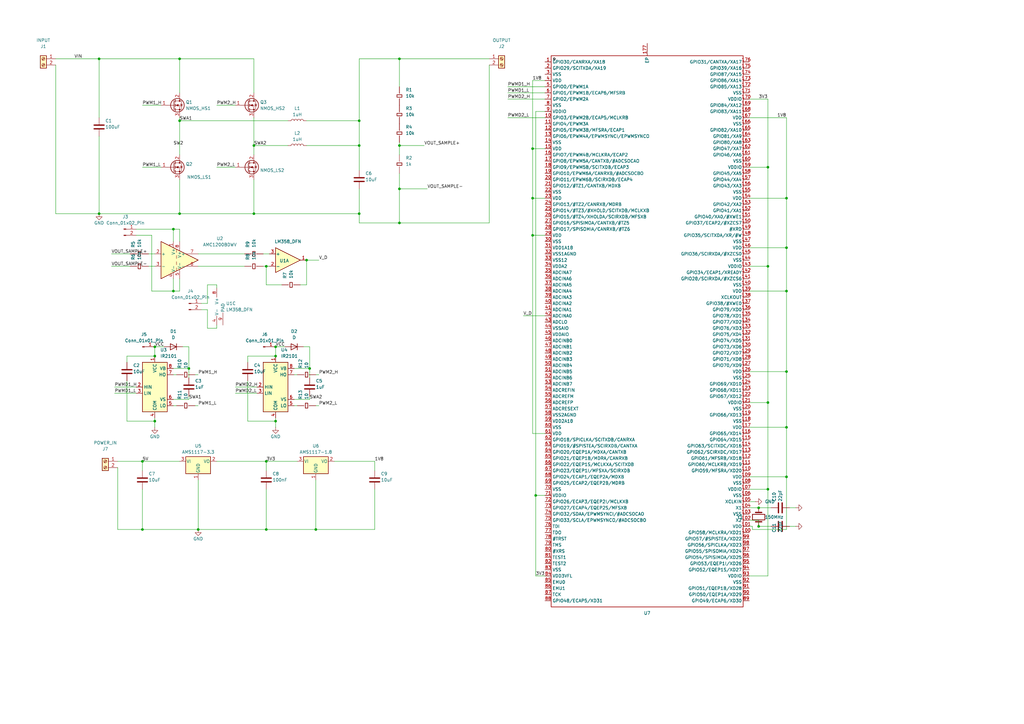
<source format=kicad_sch>
(kicad_sch (version 20231120) (generator "eeschema") (generator_version "8.0")
  (paper "A3")
  (lib_symbols
    (symbol "Amplifier_Difference:AMC1200BDWV" (pin_names (offset 0.127))
      (property "Reference" "U" (at 7.62 8.89 0))
      (property "Value" "AMC1200BDWV" (at 1.27 6.35 0))
      (symbol "AMC1200BDWV_1_1"
        (pin power_in line (at -2.54 7.62 270) (length 2.54) (name "V+") (number "1"))
        (pin input line (at -10.16 2.54 0) (length 2.54) (name "+") (number "2"))
        (pin input line (at -10.16 -2.54 0) (length 2.54) (name "-") (number "3"))
        (pin power_in line (at -2.54 -7.62 90) (length 2.54) (name "V-") (number "4"))
        (pin power_in line (at 0 -7.62 90) (length 3.81) (name "V-") (number "5"))
        (pin output line (at 7.62 -2.54 180) (length 5.08) (name "-") (number "6"))
        (pin output line (at 7.62 2.54 180) (length 5.08) (name "+") (number "7"))
        (pin power_in line (at 0 7.62 270) (length 3.81) (name "V+") (number "8"))
      )
    )
    (symbol "Amplifier_Operational:LM358_DFN" (pin_names (offset 0.127))
      (property "Reference" "U" (at 0 5.08 0))
      (property "Value" "LM358_DFN" (at 0 -5.08 0))
      (symbol "LM358_DFN_1_1"
        (pin output line (at 7.62 0 180) (length 2.54) (name "~") (number "1"))
        (pin input line (at -7.62 -2.54 0) (length 2.54) (name "-") (number "2"))
        (pin input line (at -7.62 2.54 0) (length 2.54) (name "+") (number "3"))
      )
      (symbol "LM358_DFN_2_1"
        (pin input line (at -7.62 2.54 0) (length 2.54) (name "+") (number "5"))
        (pin input line (at -7.62 -2.54 0) (length 2.54) (name "-") (number "6"))
        (pin output line (at 7.62 0 180) (length 2.54) (name "~") (number "7"))
      )
      (symbol "LM358_DFN_3_1"
        (pin power_in line (at -2.54 -7.62 90) (length 3.81) (name "V-") (number "4"))
        (pin power_in line (at -2.54 7.62 270) (length 3.81) (name "V+") (number "8"))
        (pin power_in line (at 0 -7.62 90) (length 5.08) (name "PAD") (number "9"))
      )
    )
    (symbol "Connector:Conn_01x01_Pin" (pin_names (offset 1.016) hide)
      (property "Reference" "J" (at 0 2.54 0))
      (property "Value" "Conn_01x01_Pin" (at 0 -2.54 0))
      (symbol "Conn_01x01_Pin_1_1"
        (pin passive line (at 5.08 0 180) (length 3.81) (name "Pin_1") (number "1"))
      )
    )
    (symbol "Connector:Conn_01x02_Pin" (pin_names (offset 1.016) hide)
      (property "Reference" "J" (at 0 2.54 0))
      (property "Value" "Conn_01x02_Pin" (at 0 -5.08 0))
      (symbol "Conn_01x02_Pin_1_1"
        (pin passive line (at 5.08 0 180) (length 3.81) (name "Pin_1") (number "1"))
        (pin passive line (at 5.08 -2.54 180) (length 3.81) (name "Pin_2") (number "2"))
      )
    )
    (symbol "Connector:Screw_Terminal_01x02" (pin_names (offset 1.016) hide)
      (property "Reference" "J" (at 0 2.54 0))
      (property "Value" "Screw_Terminal_01x02" (at 0 -5.08 0))
      (symbol "Screw_Terminal_01x02_1_1"
        (pin passive line (at -5.08 0 0) (length 3.81) (name "Pin_1") (number "1"))
        (pin passive line (at -5.08 -2.54 0) (length 3.81) (name "Pin_2") (number "2"))
      )
    )
    (symbol "DSP_Texas:TMS320F28335PTPQ"
      (property "Reference" "U" (at 0 0 0))
      (symbol "TMS320F28335PTPQ_1_0"
        (pin passive line (at -41.91 110.49 0) (length 2.54) (name "GPIO30/CANRXA/XA18") (number "1"))
        (pin passive line (at -41.91 87.63 0) (length 2.54) (name "GPIO3/EPWM2B/ECAP5/MCLKRB") (number "10"))
        (pin passive line (at 41.91 -82.55 180) (length 2.54) (name "GPIO58/MCLKRA/XD21") (number "100"))
        (pin passive line (at 41.91 -80.01 180) (length 2.54) (name "VDD") (number "101"))
        (pin passive line (at 41.91 -77.47 180) (length 2.54) (name "X2") (number "102"))
        (pin passive line (at 41.91 -74.93 180) (length 2.54) (name "VSS") (number "103"))
        (pin passive line (at 41.91 -72.39 180) (length 2.54) (name "X1") (number "104"))
        (pin passive line (at 41.91 -69.85 180) (length 2.54) (name "XCLKIN") (number "105"))
        (pin passive line (at 41.91 -67.31 180) (length 2.54) (name "VSS") (number "106"))
        (pin passive line (at 41.91 -64.77 180) (length 2.54) (name "VDDIO") (number "107"))
        (pin passive line (at 41.91 -62.23 180) (length 2.54) (name "VSS") (number "108"))
        (pin passive line (at 41.91 -59.69 180) (length 2.54) (name "VDD") (number "109"))
        (pin passive line (at -41.91 85.09 0) (length 2.54) (name "GPIO4/EPWM3A") (number "11"))
        (pin passive line (at 41.91 -57.15 180) (length 2.54) (name "GPIO59/MFSRA/XD20") (number "110"))
        (pin passive line (at 41.91 -54.61 180) (length 2.54) (name "GPIO60/MCLKRB/XD19") (number "111"))
        (pin passive line (at 41.91 -52.07 180) (length 2.54) (name "GPIO61/MFSRB/XD18") (number "112"))
        (pin passive line (at 41.91 -49.53 180) (length 2.54) (name "GPIO62/SCIRXDC/XD17") (number "113"))
        (pin passive line (at 41.91 -46.99 180) (length 2.54) (name "GPIO63/SCITXDC/XD16") (number "114"))
        (pin passive line (at 41.91 -44.45 180) (length 2.54) (name "GPIO64/XD15") (number "115"))
        (pin passive line (at 41.91 -41.91 180) (length 2.54) (name "GPIO65/XD14") (number "116"))
        (pin passive line (at 41.91 -39.37 180) (length 2.54) (name "VDD") (number "117"))
        (pin passive line (at 41.91 -36.83 180) (length 2.54) (name "VSS") (number "118"))
        (pin passive line (at 41.91 -34.29 180) (length 2.54) (name "GPIO66/XD13") (number "119"))
        (pin passive line (at -41.91 82.55 0) (length 2.54) (name "GPIO5/EPWM3B/MFSRA/ECAP1") (number "12"))
        (pin passive line (at 41.91 -31.75 180) (length 2.54) (name "VSS") (number "120"))
        (pin passive line (at 41.91 -29.21 180) (length 2.54) (name "VDDIO") (number "121"))
        (pin passive line (at 41.91 -26.67 180) (length 2.54) (name "GPIO67/XD12") (number "122"))
        (pin passive line (at 41.91 -24.13 180) (length 2.54) (name "GPIO68/XD11") (number "123"))
        (pin passive line (at 41.91 -21.59 180) (length 2.54) (name "GPIO69/XD10") (number "124"))
        (pin passive line (at 41.91 -19.05 180) (length 2.54) (name "VSS") (number "125"))
        (pin passive line (at 41.91 -16.51 180) (length 2.54) (name "VDD") (number "126"))
        (pin passive line (at 41.91 -13.97 180) (length 2.54) (name "GPIO70/XD9") (number "127"))
        (pin passive line (at 41.91 -11.43 180) (length 2.54) (name "GPIO71/XD8") (number "128"))
        (pin passive line (at 41.91 -8.89 180) (length 2.54) (name "GPIO72/XD7") (number "129"))
        (pin passive line (at -41.91 80.01 0) (length 2.54) (name "GPIO6/EPWM4A/EPWMSYNCI/EPWMSYNCO") (number "13"))
        (pin passive line (at 41.91 -6.35 180) (length 2.54) (name "GPIO73/XD6") (number "130"))
        (pin passive line (at 41.91 -3.81 180) (length 2.54) (name "GPIO74/XD5") (number "131"))
        (pin passive line (at 41.91 -1.27 180) (length 2.54) (name "GPIO75/XD4") (number "132"))
        (pin passive line (at 41.91 1.27 180) (length 2.54) (name "GPIO76/XD3") (number "133"))
        (pin passive line (at 41.91 3.81 180) (length 2.54) (name "GPIO77/XD2") (number "134"))
        (pin passive line (at 41.91 6.35 180) (length 2.54) (name "GPIO78/XD1") (number "135"))
        (pin passive line (at 41.91 8.89 180) (length 2.54) (name "GPIO79/XD0") (number "136"))
        (pin passive line (at 41.91 11.43 180) (length 2.54) (name "GPIO38/#XWE0") (number "137"))
        (pin passive line (at 41.91 13.97 180) (length 2.54) (name "XCLKOUT") (number "138"))
        (pin passive line (at 41.91 16.51 180) (length 2.54) (name "VDD") (number "139"))
        (pin passive line (at -41.91 77.47 0) (length 2.54) (name "VSS") (number "14"))
        (pin passive line (at 41.91 19.05 180) (length 2.54) (name "VSS") (number "140"))
        (pin passive line (at 41.91 21.59 180) (length 2.54) (name "GPIO28/SCIRXDA/#XZCS6") (number "141"))
        (pin passive line (at 41.91 24.13 180) (length 2.54) (name "GPIO34/ECAP1/XREADY") (number "142"))
        (pin passive line (at 41.91 26.67 180) (length 2.54) (name "VDDIO") (number "143"))
        (pin passive line (at 41.91 29.21 180) (length 2.54) (name "VSS") (number "144"))
        (pin passive line (at 41.91 31.75 180) (length 2.54) (name "GPIO36/SCIRXDA/#XZCS0") (number "145"))
        (pin passive line (at 41.91 34.29 180) (length 2.54) (name "VDD") (number "146"))
        (pin passive line (at 41.91 36.83 180) (length 2.54) (name "VSS") (number "147"))
        (pin passive line (at 41.91 39.37 180) (length 2.54) (name "GPIO35/SCITXDA/XR/#W") (number "148"))
        (pin passive line (at 41.91 41.91 180) (length 2.54) (name "#XRD") (number "149"))
        (pin passive line (at -41.91 74.93 0) (length 2.54) (name "VDD") (number "15"))
        (pin passive line (at 41.91 44.45 180) (length 2.54) (name "GPIO37/ECAP2/#XZCS7") (number "150"))
        (pin passive line (at 41.91 46.99 180) (length 2.54) (name "GPIO40/XA0/#XWE1") (number "151"))
        (pin passive line (at 41.91 49.53 180) (length 2.54) (name "GPIO41/XA1") (number "152"))
        (pin passive line (at 41.91 52.07 180) (length 2.54) (name "GPIO42/XA2") (number "153"))
        (pin passive line (at 41.91 54.61 180) (length 2.54) (name "VDD") (number "154"))
        (pin passive line (at 41.91 57.15 180) (length 2.54) (name "VSS") (number "155"))
        (pin passive line (at 41.91 59.69 180) (length 2.54) (name "GPIO43/XA3") (number "156"))
        (pin passive line (at 41.91 62.23 180) (length 2.54) (name "GPIO44/XA4") (number "157"))
        (pin passive line (at 41.91 64.77 180) (length 2.54) (name "GPIO45/XA5") (number "158"))
        (pin passive line (at 41.91 67.31 180) (length 2.54) (name "VDDIO") (number "159"))
        (pin passive line (at -41.91 72.39 0) (length 2.54) (name "GPIO7/EPWM4B/MCLKRA/ECAP2") (number "16"))
        (pin passive line (at 41.91 69.85 180) (length 2.54) (name "VSS") (number "160"))
        (pin passive line (at 41.91 72.39 180) (length 2.54) (name "GPIO46/XA6") (number "161"))
        (pin passive line (at 41.91 74.93 180) (length 2.54) (name "GPIO47/XA7") (number "162"))
        (pin passive line (at 41.91 77.47 180) (length 2.54) (name "GPIO80/XA8") (number "163"))
        (pin passive line (at 41.91 80.01 180) (length 2.54) (name "GPIO81/XA9") (number "164"))
        (pin passive line (at 41.91 82.55 180) (length 2.54) (name "GPIO82/XA10") (number "165"))
        (pin passive line (at 41.91 85.09 180) (length 2.54) (name "VSS") (number "166"))
        (pin passive line (at 41.91 87.63 180) (length 2.54) (name "VDD") (number "167"))
        (pin passive line (at 41.91 90.17 180) (length 2.54) (name "GPIO83/XA11") (number "168"))
        (pin passive line (at 41.91 92.71 180) (length 2.54) (name "GPIO84/XA12") (number "169"))
        (pin passive line (at -41.91 69.85 0) (length 2.54) (name "GPIO8/EPWM5A/CANTXB/#ADCSOCAO") (number "17"))
        (pin passive line (at 41.91 95.25 180) (length 2.54) (name "VDDIO") (number "170"))
        (pin passive line (at 41.91 97.79 180) (length 2.54) (name "VSS") (number "171"))
        (pin passive line (at 41.91 100.33 180) (length 2.54) (name "GPIO85/XA13") (number "172"))
        (pin passive line (at 41.91 102.87 180) (length 2.54) (name "GPIO86/XA14") (number "173"))
        (pin passive line (at 41.91 105.41 180) (length 2.54) (name "GPIO87/XA15") (number "174"))
        (pin passive line (at 41.91 107.95 180) (length 2.54) (name "GPIO39/XA16") (number "175"))
        (pin passive line (at 41.91 110.49 180) (length 2.54) (name "GPIO31/CANTXA/XA17") (number "176"))
        (pin passive line (at 0 118.11 270) (length 5.08) (name "EP") (number "177"))
        (pin passive line (at -41.91 67.31 0) (length 2.54) (name "GPIO9/EPWM5B/SCITXDB/ECAP3") (number "18"))
        (pin passive line (at -41.91 64.77 0) (length 2.54) (name "GPIO10/EPWM6A/CANRXB/#ADCSOCBO") (number "19"))
        (pin passive line (at -41.91 107.95 0) (length 2.54) (name "GPIO29/SCITXDA/XA19") (number "2"))
        (pin passive line (at -41.91 62.23 0) (length 2.54) (name "GPIO11/EPWM6B/SCIRXDB/ECAP4") (number "20"))
        (pin passive line (at -41.91 59.69 0) (length 2.54) (name "GPIO12/#TZ1/CANTXB/MDXB") (number "21"))
        (pin passive line (at -41.91 57.15 0) (length 2.54) (name "VSS") (number "22"))
        (pin passive line (at -41.91 54.61 0) (length 2.54) (name "VDD") (number "23"))
        (pin passive line (at -41.91 52.07 0) (length 2.54) (name "GPIO13/#TZ2/CANRXB/MDRB") (number "24"))
        (pin passive line (at -41.91 49.53 0) (length 2.54) (name "GPIO14/#TZ3/#XHOLD/SCITXDB/MCLKXB") (number "25"))
        (pin passive line (at -41.91 46.99 0) (length 2.54) (name "GPIO15/#TZ4/XHOLDA/SCIRXDB/MFSXB") (number "26"))
        (pin passive line (at -41.91 44.45 0) (length 2.54) (name "GPIO16/SPISIMOA/CANTXB/#TZ5") (number "27"))
        (pin passive line (at -41.91 41.91 0) (length 2.54) (name "GPIO17/SPISOMIA/CANRXB/#TZ6") (number "28"))
        (pin passive line (at -41.91 39.37 0) (length 2.54) (name "VDD") (number "29"))
        (pin passive line (at -41.91 105.41 0) (length 2.54) (name "VSS") (number "3"))
        (pin passive line (at -41.91 36.83 0) (length 2.54) (name "VSS") (number "30"))
        (pin passive line (at -41.91 34.29 0) (length 2.54) (name "VDD1A18") (number "31"))
        (pin passive line (at -41.91 31.75 0) (length 2.54) (name "VSS1AGND") (number "32"))
        (pin passive line (at -41.91 29.21 0) (length 2.54) (name "VSS12") (number "33"))
        (pin passive line (at -41.91 26.67 0) (length 2.54) (name "VDDA2") (number "34"))
        (pin passive line (at -41.91 24.13 0) (length 2.54) (name "ADCINA7") (number "35"))
        (pin passive line (at -41.91 21.59 0) (length 2.54) (name "ADCINA6") (number "36"))
        (pin passive line (at -41.91 19.05 0) (length 2.54) (name "ADCINA5") (number "37"))
        (pin passive line (at -41.91 16.51 0) (length 2.54) (name "ADCINA4") (number "38"))
        (pin passive line (at -41.91 13.97 0) (length 2.54) (name "ADCINA3") (number "39"))
        (pin passive line (at -41.91 102.87 0) (length 2.54) (name "VDD") (number "4"))
        (pin passive line (at -41.91 11.43 0) (length 2.54) (name "ADCINA2") (number "40"))
        (pin passive line (at -41.91 8.89 0) (length 2.54) (name "ADCINA1") (number "41"))
        (pin passive line (at -41.91 6.35 0) (length 2.54) (name "ADCINA0") (number "42"))
        (pin passive line (at -41.91 3.81 0) (length 2.54) (name "ADCLO") (number "43"))
        (pin passive line (at -41.91 1.27 0) (length 2.54) (name "VSSAIO") (number "44"))
        (pin passive line (at -41.91 -1.27 0) (length 2.54) (name "VDDAIO") (number "45"))
        (pin passive line (at -41.91 -3.81 0) (length 2.54) (name "ADCINB0") (number "46"))
        (pin passive line (at -41.91 -6.35 0) (length 2.54) (name "ADCINB1") (number "47"))
        (pin passive line (at -41.91 -8.89 0) (length 2.54) (name "ADCINB2") (number "48"))
        (pin passive line (at -41.91 -11.43 0) (length 2.54) (name "ADCINB3") (number "49"))
        (pin passive line (at -41.91 100.33 0) (length 2.54) (name "GPIO0/EPWM1A") (number "5"))
        (pin passive line (at -41.91 -13.97 0) (length 2.54) (name "ADCINB4") (number "50"))
        (pin passive line (at -41.91 -16.51 0) (length 2.54) (name "ADCINB5") (number "51"))
        (pin passive line (at -41.91 -19.05 0) (length 2.54) (name "ADCINB6") (number "52"))
        (pin passive line (at -41.91 -21.59 0) (length 2.54) (name "ADCINB7") (number "53"))
        (pin passive line (at -41.91 -24.13 0) (length 2.54) (name "ADCREFIN") (number "54"))
        (pin passive line (at -41.91 -26.67 0) (length 2.54) (name "ADCREFM") (number "55"))
        (pin passive line (at -41.91 -29.21 0) (length 2.54) (name "ADCREFP") (number "56"))
        (pin passive line (at -41.91 -31.75 0) (length 2.54) (name "ADCRESEXT") (number "57"))
        (pin passive line (at -41.91 -34.29 0) (length 2.54) (name "VSS2AGND") (number "58"))
        (pin passive line (at -41.91 -36.83 0) (length 2.54) (name "VDD2A18") (number "59"))
        (pin passive line (at -41.91 97.79 0) (length 2.54) (name "GPIO1/EPWM1B/ECAP6/MFSRB") (number "6"))
        (pin passive line (at -41.91 -39.37 0) (length 2.54) (name "VSS") (number "60"))
        (pin passive line (at -41.91 -41.91 0) (length 2.54) (name "VDD") (number "61"))
        (pin passive line (at -41.91 -44.45 0) (length 2.54) (name "GPIO18/SPICLKA/SCITXDB/CANRXA") (number "62"))
        (pin passive line (at -41.91 -46.99 0) (length 2.54) (name "GPIO19/#SPISTEA/SCIRXDB/CANTXA") (number "63"))
        (pin passive line (at -41.91 -49.53 0) (length 2.54) (name "GPIO20/EQEP1A/MDXA/CANTXB") (number "64"))
        (pin passive line (at -41.91 -52.07 0) (length 2.54) (name "GPIO21/EQEP1B/MDRA/CANRXB") (number "65"))
        (pin passive line (at -41.91 -54.61 0) (length 2.54) (name "GPIO22/EQEP1S/MCLKXA/SCITXDB") (number "66"))
        (pin passive line (at -41.91 -57.15 0) (length 2.54) (name "GPIO23/EQEP1I/MFSXA/SCIRXDB") (number "67"))
        (pin passive line (at -41.91 -59.69 0) (length 2.54) (name "GPIO24/ECAP1/EQEP2A/MDXB") (number "68"))
        (pin passive line (at -41.91 -62.23 0) (length 2.54) (name "GPIO25/ECAP2/EQEP2B/MDRB") (number "69"))
        (pin passive line (at -41.91 95.25 0) (length 2.54) (name "GPIO2/EPWM2A") (number "7"))
        (pin passive line (at -41.91 -64.77 0) (length 2.54) (name "VSS") (number "70"))
        (pin passive line (at -41.91 -67.31 0) (length 2.54) (name "VDDIO") (number "71"))
        (pin passive line (at -41.91 -69.85 0) (length 2.54) (name "GPIO26/ECAP3/EQEP2I/MCLKXB") (number "72"))
        (pin passive line (at -41.91 -72.39 0) (length 2.54) (name "GPIO27/ECAP4/EQEP2S/MFSXB") (number "73"))
        (pin passive line (at -41.91 -74.93 0) (length 2.54) (name "GPIO32/SDAA/EPWMSYNCI/#ADCSOCAO") (number "74"))
        (pin passive line (at -41.91 -77.47 0) (length 2.54) (name "GPIO33/SCLA/EPWMSYNCO/#ADCSOCBO") (number "75"))
        (pin passive line (at -41.91 -80.01 0) (length 2.54) (name "TDI") (number "76"))
        (pin passive line (at -41.91 -82.55 0) (length 2.54) (name "TDO") (number "77"))
        (pin passive line (at -41.91 -85.09 0) (length 2.54) (name "#TRST") (number "78"))
        (pin passive line (at -41.91 -87.63 0) (length 2.54) (name "TMS") (number "79"))
        (pin passive line (at -41.91 92.71 0) (length 2.54) (name "VSS") (number "8"))
        (pin passive line (at -41.91 -90.17 0) (length 2.54) (name "#XRS") (number "80"))
        (pin passive line (at -41.91 -92.71 0) (length 2.54) (name "TEST1") (number "81"))
        (pin passive line (at -41.91 -95.25 0) (length 2.54) (name "TEST2") (number "82"))
        (pin passive line (at -41.91 -97.79 0) (length 2.54) (name "VSS") (number "83"))
        (pin passive line (at -41.91 -100.33 0) (length 2.54) (name "VDD3VFL") (number "84"))
        (pin passive line (at -41.91 -102.87 0) (length 2.54) (name "EMU0") (number "85"))
        (pin passive line (at -41.91 -105.41 0) (length 2.54) (name "EMU1") (number "86"))
        (pin passive line (at -41.91 -107.95 0) (length 2.54) (name "TCK") (number "87"))
        (pin passive line (at -41.91 -110.49 0) (length 2.54) (name "GPIO48/ECAP5/XD31") (number "88"))
        (pin passive line (at 41.91 -110.49 180) (length 2.54) (name "GPIO49/ECAP6/XD30") (number "89"))
        (pin passive line (at -41.91 90.17 0) (length 2.54) (name "VDDIO") (number "9"))
        (pin passive line (at 41.91 -107.95 180) (length 2.54) (name "GPIO50/EQEP1A/XD29") (number "90"))
        (pin passive line (at 41.91 -105.41 180) (length 2.54) (name "GPIO51/EQEP1B/XD28") (number "91"))
        (pin passive line (at 41.91 -102.87 180) (length 2.54) (name "VSS") (number "92"))
        (pin passive line (at 41.91 -100.33 180) (length 2.54) (name "VDDIO") (number "93"))
        (pin passive line (at 41.91 -97.79 180) (length 2.54) (name "GPIO52/EQEP1S/XD27") (number "94"))
        (pin passive line (at 41.91 -95.25 180) (length 2.54) (name "GPIO53/EQEP1I/XD26") (number "95"))
        (pin passive line (at 41.91 -92.71 180) (length 2.54) (name "GPIO54/SPISIMOA/XD25") (number "96"))
        (pin passive line (at 41.91 -90.17 180) (length 2.54) (name "GPIO55/SPISOMIA/XD24") (number "97"))
        (pin passive line (at 41.91 -87.63 180) (length 2.54) (name "GPIO56/SPICLKA/XD23") (number "98"))
        (pin passive line (at 41.91 -85.09 180) (length 2.54) (name "GPIO57/#SPISTEA/XD22") (number "99"))
      )
    )
    (symbol "Device:C" (pin_numbers hide) (pin_names (offset 0.254))
      (property "Reference" "C" (at 0.635 2.54 0))
      (property "Value" "C" (at 0.635 -2.54 0))
      (symbol "C_1_1"
        (pin passive line (at 0 3.81 270) (length 2.794) (name "~") (number "1"))
        (pin passive line (at 0 -3.81 90) (length 2.794) (name "~") (number "2"))
      )
    )
    (symbol "Device:Crystal" (pin_numbers hide) (pin_names (offset 1.016) hide)
      (property "Reference" "Y" (at 0 3.81 0))
      (property "Value" "Crystal" (at 0 -3.81 0))
      (symbol "Crystal_1_1"
        (pin passive line (at -3.81 0 0) (length 1.27) (name "1") (number "1"))
        (pin passive line (at 3.81 0 180) (length 1.27) (name "2") (number "2"))
      )
    )
    (symbol "Device:D" (pin_numbers hide) (pin_names (offset 1.016) hide)
      (property "Reference" "D" (at 0 2.54 0))
      (property "Value" "D" (at 0 -2.54 0))
      (symbol "D_1_1"
        (pin passive line (at -3.81 0 0) (length 2.54) (name "K") (number "1"))
        (pin passive line (at 3.81 0 180) (length 2.54) (name "A") (number "2"))
      )
    )
    (symbol "Device:L" (pin_numbers hide) (pin_names (offset 1.016) hide)
      (property "Reference" "L" (at -1.27 0 90))
      (property "Value" "L" (at 1.905 0 90))
      (symbol "L_1_1"
        (pin passive line (at 0 3.81 270) (length 1.27) (name "1") (number "1"))
        (pin passive line (at 0 -3.81 90) (length 1.27) (name "2") (number "2"))
      )
    )
    (symbol "Device:Q_NMOS_GDS" (pin_names (offset 0) hide)
      (property "Reference" "Q" (at 5.08 1.27 0))
      (property "Value" "Q_NMOS_GDS" (at 5.08 -1.27 0))
      (symbol "Q_NMOS_GDS_1_1"
        (pin input line (at -5.08 0 0) (length 2.54) (name "G") (number "1"))
        (pin passive line (at 2.54 5.08 270) (length 2.54) (name "D") (number "2"))
        (pin passive line (at 2.54 -5.08 90) (length 2.54) (name "S") (number "3"))
      )
    )
    (symbol "Device:R" (pin_numbers hide) (pin_names (offset 1.016) hide)
      (property "Reference" "R" (at 1.27 0 90))
      (property "Value" "R" (at 0 0 90))
      (symbol "R_1_1"
        (pin passive line (at 0 3.81 270) (length 2.794) (name "~") (number "1"))
        (pin passive line (at 0 -3.81 90) (length 2.794) (name "~") (number "2"))
      )
    )
    (symbol "Driver_FET:IR2101"
      (property "Reference" "U" (at 1.27 13.335 0))
      (property "Value" "IR2101" (at 1.27 11.43 0))
      (symbol "IR2101_1_1"
        (pin power_in line (at 0 12.7 270) (length 2.54) (name "VCC") (number "1"))
        (pin input line (at -7.62 0 0) (length 2.54) (name "HIN") (number "2"))
        (pin input line (at -7.62 -2.54 0) (length 2.54) (name "LIN") (number "3"))
        (pin power_in line (at 0 -12.7 90) (length 2.54) (name "COM") (number "4"))
        (pin output line (at 7.62 -7.62 180) (length 2.54) (name "LO") (number "5"))
        (pin passive line (at 7.62 -5.08 180) (length 2.54) (name "VS") (number "6"))
        (pin output line (at 7.62 5.08 180) (length 2.54) (name "HO") (number "7"))
        (pin passive line (at 7.62 7.62 180) (length 2.54) (name "VB") (number "8"))
      )
    )
    (symbol "Regulator_Linear:AMS1117-1.8" (pin_names (offset 0.254))
      (property "Reference" "U" (at -3.81 3.175 0))
      (property "Value" "AMS1117-1.8" (at 0 3.175 0))
      (symbol "AMS1117-1.8_1_1"
        (pin power_in line (at 0 -7.62 90) (length 2.54) (name "GND") (number "1"))
        (pin power_out line (at 7.62 0 180) (length 2.54) (name "VO") (number "2"))
        (pin power_in line (at -7.62 0 0) (length 2.54) (name "VI") (number "3"))
      )
    )
    (symbol "Regulator_Linear:AMS1117-3.3" (pin_names (offset 0.254))
      (property "Reference" "U" (at -3.81 3.175 0))
      (property "Value" "AMS1117-3.3" (at 0 3.175 0))
      (symbol "AMS1117-3.3_1_1"
        (pin power_in line (at 0 -7.62 90) (length 2.54) (name "GND") (number "1"))
        (pin power_out line (at 7.62 0 180) (length 2.54) (name "VO") (number "2"))
        (pin power_in line (at -7.62 0 0) (length 2.54) (name "VI") (number "3"))
      )
    )
    (symbol "power:GND" (power) (pin_numbers hide) (pin_names (offset 0) hide)
      (property "Value" "GND" (at 0 -3.81 0))
      (symbol "GND_1_1"
        (pin power_in line (at 0 0 270) (length 0) (name "~") (number "1"))
      )
    )
  )
  (junction (at 73.66 49.53))
  (junction (at 113.03 142.24))
  (junction (at 113.03 172.72))
  (junction (at 163.83 91.44))
  (junction (at 322.58 195.58))
  (junction (at 147.32 49.53))
  (junction (at 77.47 151.13))
  (junction (at 314.96 109.22))
  (junction (at 58.42 217.17))
  (junction (at 125.73 106.68))
  (junction (at 218.44 81.28))
  (junction (at 322.58 101.6))
  (junction (at 163.83 24.13))
  (junction (at 311.15 215.9))
  (junction (at 104.14 87.63))
  (junction (at 163.83 77.47))
  (junction (at 73.66 87.63))
  (junction (at 322.58 152.4))
  (junction (at 58.42 189.23))
  (junction (at 63.5 172.72))
  (junction (at 109.22 109.22))
  (junction (at 322.58 175.26))
  (junction (at 113.03 146.05))
  (junction (at 109.22 189.23))
  (junction (at 147.32 87.63))
  (junction (at 147.32 59.69))
  (junction (at 314.96 200.66))
  (junction (at 314.96 68.58))
  (junction (at 104.14 59.69))
  (junction (at 314.96 165.1))
  (junction (at 71.12 93.98))
  (junction (at 40.64 24.13))
  (junction (at 311.15 208.28))
  (junction (at 63.5 146.05))
  (junction (at 129.54 217.17))
  (junction (at 63.5 142.24))
  (junction (at 40.64 87.63))
  (junction (at 219.71 203.2))
  (junction (at 73.66 24.13))
  (junction (at 322.58 81.28))
  (junction (at 218.44 60.96))
  (junction (at 127 151.13))
  (junction (at 163.83 59.69))
  (junction (at 71.12 119.38))
  (junction (at 109.22 217.17))
  (junction (at 81.28 217.17))
  (junction (at 218.44 96.52))
  (junction (at 322.58 119.38))
  (wire (pts (xy 85.09 116.84) (xy 88.9 116.84)))
  (wire (pts (xy 72.39 166.37) (xy 71.12 166.37)))
  (wire (pts (xy 58.42 200.66) (xy 58.42 217.17)))
  (wire (pts (xy 48.26 217.17) (xy 58.42 217.17)))
  (wire (pts (xy 22.86 24.13) (xy 40.64 24.13)))
  (wire (pts (xy 120.65 151.13) (xy 127 151.13)))
  (wire (pts (xy 101.6 156.21) (xy 101.6 172.72)))
  (wire (pts (xy 82.55 127) (xy 85.09 127)))
  (wire (pts (xy 55.88 93.98) (xy 71.12 93.98)))
  (wire (pts (xy 322.58 119.38) (xy 322.58 152.4)))
  (wire (pts (xy 308.61 217.17) (xy 322.58 217.17)))
  (wire (pts (xy 311.15 208.28) (xy 316.23 208.28)))
  (wire (pts (xy 322.58 195.58) (xy 307.34 195.58)))
  (wire (pts (xy 109.22 116.84) (xy 115.57 116.84)))
  (wire (pts (xy 208.28 38.1) (xy 223.52 38.1)))
  (wire (pts (xy 88.9 116.84) (xy 88.9 118.11)))
  (wire (pts (xy 219.71 236.22) (xy 223.52 236.22)))
  (wire (pts (xy 314.96 165.1) (xy 314.96 200.66)))
  (wire (pts (xy 62.23 96.52) (xy 62.23 119.38)))
  (wire (pts (xy 173.99 59.69) (xy 163.83 59.69)))
  (wire (pts (xy 307.34 81.28) (xy 322.58 81.28)))
  (wire (pts (xy 307.34 208.28) (xy 311.15 208.28)))
  (wire (pts (xy 125.73 106.68) (xy 130.81 106.68)))
  (wire (pts (xy 127 142.24) (xy 127 151.13)))
  (wire (pts (xy 40.64 55.88) (xy 40.64 87.63)))
  (wire (pts (xy 322.58 48.26) (xy 322.58 81.28)))
  (wire (pts (xy 73.66 24.13) (xy 73.66 38.1)))
  (wire (pts (xy 71.12 151.13) (xy 77.47 151.13)))
  (wire (pts (xy 40.64 87.63) (xy 73.66 87.63)))
  (wire (pts (xy 73.66 49.53) (xy 73.66 63.5)))
  (wire (pts (xy 58.42 43.18) (xy 66.04 43.18)))
  (wire (pts (xy 109.22 116.84) (xy 109.22 109.22)))
  (wire (pts (xy 314.96 68.58) (xy 314.96 109.22)))
  (wire (pts (xy 96.52 161.29) (xy 105.41 161.29)))
  (wire (pts (xy 223.52 177.8) (xy 218.44 177.8)))
  (wire (pts (xy 308.61 215.9) (xy 308.61 217.17)))
  (wire (pts (xy 163.83 91.44) (xy 200.66 91.44)))
  (wire (pts (xy 104.14 73.66) (xy 104.14 87.63)))
  (wire (pts (xy 163.83 77.47) (xy 175.26 77.47)))
  (wire (pts (xy 73.66 87.63) (xy 104.14 87.63)))
  (wire (pts (xy 129.54 196.85) (xy 129.54 217.17)))
  (wire (pts (xy 219.71 203.2) (xy 223.52 203.2)))
  (wire (pts (xy 45.72 104.14) (xy 53.34 104.14)))
  (wire (pts (xy 81.28 104.14) (xy 100.33 104.14)))
  (wire (pts (xy 81.28 166.37) (xy 80.01 166.37)))
  (wire (pts (xy 307.34 152.4) (xy 322.58 152.4)))
  (wire (pts (xy 314.96 200.66) (xy 314.96 236.22)))
  (wire (pts (xy 73.66 114.3) (xy 73.66 119.38)))
  (wire (pts (xy 104.14 48.26) (xy 104.14 59.69)))
  (wire (pts (xy 307.34 109.22) (xy 314.96 109.22)))
  (wire (pts (xy 311.15 213.36) (xy 311.15 215.9)))
  (wire (pts (xy 55.88 96.52) (xy 62.23 96.52)))
  (wire (pts (xy 322.58 217.17) (xy 322.58 195.58)))
  (wire (pts (xy 322.58 152.4) (xy 322.58 175.26)))
  (wire (pts (xy 85.09 134.62) (xy 88.9 134.62)))
  (wire (pts (xy 130.81 153.67) (xy 129.54 153.67)))
  (wire (pts (xy 113.03 175.26) (xy 113.03 172.72)))
  (wire (pts (xy 130.81 166.37) (xy 129.54 166.37)))
  (wire (pts (xy 127 163.83) (xy 120.65 163.83)))
  (wire (pts (xy 73.66 24.13) (xy 104.14 24.13)))
  (wire (pts (xy 52.07 146.05) (xy 52.07 148.59)))
  (wire (pts (xy 101.6 146.05) (xy 101.6 148.59)))
  (wire (pts (xy 153.67 189.23) (xy 153.67 193.04)))
  (wire (pts (xy 147.32 24.13) (xy 147.32 49.53)))
  (wire (pts (xy 58.42 189.23) (xy 73.66 189.23)))
  (wire (pts (xy 125.73 59.69) (xy 147.32 59.69)))
  (wire (pts (xy 322.58 175.26) (xy 322.58 195.58)))
  (wire (pts (xy 77.47 154.94) (xy 77.47 151.13)))
  (wire (pts (xy 121.92 153.67) (xy 120.65 153.67)))
  (wire (pts (xy 81.28 196.85) (xy 81.28 217.17)))
  (wire (pts (xy 109.22 217.17) (xy 129.54 217.17)))
  (wire (pts (xy 219.71 45.72) (xy 219.71 203.2)))
  (wire (pts (xy 307.34 213.36) (xy 311.15 213.36)))
  (wire (pts (xy 73.66 93.98) (xy 71.12 93.98)))
  (wire (pts (xy 147.32 91.44) (xy 147.32 87.63)))
  (wire (pts (xy 163.83 71.12) (xy 163.83 77.47)))
  (wire (pts (xy 22.86 87.63) (xy 40.64 87.63)))
  (wire (pts (xy 73.66 73.66) (xy 73.66 87.63)))
  (wire (pts (xy 45.72 109.22) (xy 53.34 109.22)))
  (wire (pts (xy 96.52 158.75) (xy 105.41 158.75)))
  (wire (pts (xy 147.32 49.53) (xy 147.32 59.69)))
  (wire (pts (xy 309.88 205.74) (xy 307.34 205.74)))
  (wire (pts (xy 109.22 109.22) (xy 110.49 109.22)))
  (wire (pts (xy 52.07 172.72) (xy 63.5 172.72)))
  (wire (pts (xy 163.83 59.69) (xy 163.83 63.5)))
  (wire (pts (xy 73.66 49.53) (xy 118.11 49.53)))
  (wire (pts (xy 307.34 165.1) (xy 314.96 165.1)))
  (wire (pts (xy 71.12 119.38) (xy 62.23 119.38)))
  (wire (pts (xy 223.52 33.02) (xy 218.44 33.02)))
  (wire (pts (xy 147.32 91.44) (xy 163.83 91.44)))
  (wire (pts (xy 88.9 68.58) (xy 96.52 68.58)))
  (wire (pts (xy 77.47 142.24) (xy 77.47 151.13)))
  (wire (pts (xy 223.52 45.72) (xy 219.71 45.72)))
  (wire (pts (xy 322.58 81.28) (xy 322.58 101.6)))
  (wire (pts (xy 113.03 172.72) (xy 113.03 171.45)))
  (wire (pts (xy 147.32 59.69) (xy 147.32 69.85)))
  (wire (pts (xy 323.85 208.28) (xy 326.39 208.28)))
  (wire (pts (xy 307.34 215.9) (xy 308.61 215.9)))
  (wire (pts (xy 323.85 215.9) (xy 326.39 215.9)))
  (wire (pts (xy 46.99 158.75) (xy 55.88 158.75)))
  (wire (pts (xy 52.07 156.21) (xy 52.07 172.72)))
  (wire (pts (xy 63.5 172.72) (xy 63.5 171.45)))
  (wire (pts (xy 307.34 119.38) (xy 322.58 119.38)))
  (wire (pts (xy 48.26 191.77) (xy 48.26 217.17)))
  (wire (pts (xy 101.6 172.72) (xy 113.03 172.72)))
  (wire (pts (xy 82.55 124.46) (xy 85.09 124.46)))
  (wire (pts (xy 200.66 26.67) (xy 200.66 91.44)))
  (wire (pts (xy 46.99 161.29) (xy 55.88 161.29)))
  (wire (pts (xy 81.28 109.22) (xy 100.33 109.22)))
  (wire (pts (xy 109.22 189.23) (xy 121.92 189.23)))
  (wire (pts (xy 104.14 59.69) (xy 118.11 59.69)))
  (wire (pts (xy 107.95 109.22) (xy 109.22 109.22)))
  (wire (pts (xy 63.5 175.26) (xy 63.5 172.72)))
  (wire (pts (xy 307.34 101.6) (xy 322.58 101.6)))
  (wire (pts (xy 104.14 38.1) (xy 104.14 24.13)))
  (wire (pts (xy 218.44 96.52) (xy 218.44 81.28)))
  (wire (pts (xy 218.44 60.96) (xy 218.44 81.28)))
  (wire (pts (xy 63.5 142.24) (xy 63.5 146.05)))
  (wire (pts (xy 307.34 68.58) (xy 314.96 68.58)))
  (wire (pts (xy 163.83 58.42) (xy 163.83 59.69)))
  (wire (pts (xy 107.95 104.14) (xy 110.49 104.14)))
  (wire (pts (xy 58.42 68.58) (xy 66.04 68.58)))
  (wire (pts (xy 125.73 116.84) (xy 125.73 106.68)))
  (wire (pts (xy 127 162.56) (xy 127 163.83)))
  (wire (pts (xy 88.9 43.18) (xy 96.52 43.18)))
  (wire (pts (xy 73.66 119.38) (xy 71.12 119.38)))
  (wire (pts (xy 223.52 96.52) (xy 218.44 96.52)))
  (wire (pts (xy 113.03 142.24) (xy 116.84 142.24)))
  (wire (pts (xy 81.28 217.17) (xy 58.42 217.17)))
  (wire (pts (xy 60.96 104.14) (xy 63.5 104.14)))
  (wire (pts (xy 73.66 48.26) (xy 73.66 49.53)))
  (wire (pts (xy 307.34 175.26) (xy 322.58 175.26)))
  (wire (pts (xy 200.66 24.13) (xy 163.83 24.13)))
  (wire (pts (xy 163.83 24.13) (xy 163.83 35.56)))
  (wire (pts (xy 48.26 189.23) (xy 58.42 189.23)))
  (wire (pts (xy 104.14 87.63) (xy 147.32 87.63)))
  (wire (pts (xy 123.19 116.84) (xy 125.73 116.84)))
  (wire (pts (xy 322.58 101.6) (xy 322.58 119.38)))
  (wire (pts (xy 104.14 59.69) (xy 104.14 63.5)))
  (wire (pts (xy 153.67 200.66) (xy 153.67 217.17)))
  (wire (pts (xy 208.28 40.64) (xy 223.52 40.64)))
  (wire (pts (xy 40.64 24.13) (xy 73.66 24.13)))
  (wire (pts (xy 208.28 48.26) (xy 223.52 48.26)))
  (wire (pts (xy 124.46 142.24) (xy 127 142.24)))
  (wire (pts (xy 60.96 109.22) (xy 63.5 109.22)))
  (wire (pts (xy 223.52 81.28) (xy 218.44 81.28)))
  (wire (pts (xy 163.83 77.47) (xy 163.83 91.44)))
  (wire (pts (xy 58.42 189.23) (xy 58.42 193.04)))
  (wire (pts (xy 127 154.94) (xy 127 151.13)))
  (wire (pts (xy 71.12 93.98) (xy 71.12 99.06)))
  (wire (pts (xy 71.12 114.3) (xy 71.12 119.38)))
  (wire (pts (xy 218.44 33.02) (xy 218.44 60.96)))
  (wire (pts (xy 72.39 153.67) (xy 71.12 153.67)))
  (wire (pts (xy 314.96 200.66) (xy 307.34 200.66)))
  (wire (pts (xy 314.96 40.64) (xy 314.96 68.58)))
  (wire (pts (xy 147.32 87.63) (xy 147.32 77.47)))
  (wire (pts (xy 218.44 60.96) (xy 223.52 60.96)))
  (wire (pts (xy 113.03 142.24) (xy 113.03 146.05)))
  (wire (pts (xy 307.34 40.64) (xy 314.96 40.64)))
  (wire (pts (xy 63.5 146.05) (xy 52.07 146.05)))
  (wire (pts (xy 109.22 200.66) (xy 109.22 217.17)))
  (wire (pts (xy 85.09 127) (xy 85.09 134.62)))
  (wire (pts (xy 88.9 134.62) (xy 88.9 133.35)))
  (wire (pts (xy 109.22 189.23) (xy 109.22 193.04)))
  (wire (pts (xy 81.28 217.17) (xy 109.22 217.17)))
  (wire (pts (xy 63.5 142.24) (xy 67.31 142.24)))
  (wire (pts (xy 77.47 162.56) (xy 77.47 163.83)))
  (wire (pts (xy 22.86 26.67) (xy 22.86 87.63)))
  (wire (pts (xy 40.64 24.13) (xy 40.64 48.26)))
  (wire (pts (xy 113.03 146.05) (xy 101.6 146.05)))
  (wire (pts (xy 218.44 96.52) (xy 218.44 177.8)))
  (wire (pts (xy 73.66 99.06) (xy 73.66 93.98)))
  (wire (pts (xy 214.63 129.54) (xy 223.52 129.54)))
  (wire (pts (xy 129.54 217.17) (xy 153.67 217.17)))
  (wire (pts (xy 311.15 215.9) (xy 316.23 215.9)))
  (wire (pts (xy 74.93 142.24) (xy 77.47 142.24)))
  (wire (pts (xy 219.71 203.2) (xy 219.71 236.22)))
  (wire (pts (xy 81.28 153.67) (xy 80.01 153.67)))
  (wire (pts (xy 208.28 35.56) (xy 223.52 35.56)))
  (wire (pts (xy 88.9 189.23) (xy 109.22 189.23)))
  (wire (pts (xy 85.09 124.46) (xy 85.09 116.84)))
  (wire (pts (xy 121.92 166.37) (xy 120.65 166.37)))
  (wire (pts (xy 163.83 24.13) (xy 147.32 24.13)))
  (wire (pts (xy 314.96 109.22) (xy 314.96 165.1)))
  (wire (pts (xy 307.34 48.26) (xy 322.58 48.26)))
  (wire (pts (xy 125.73 49.53) (xy 147.32 49.53)))
  (wire (pts (xy 137.16 189.23) (xy 153.67 189.23)))
  (wire (pts (xy 307.34 236.22) (xy 314.96 236.22)))
  (wire (pts (xy 77.47 163.83) (xy 71.12 163.83)))
  (label "PWMD1_H" (at 46.99 158.75 0))
  (label "PWMD1_H" (at 208.28 35.56 0))
  (label "PWM1_H" (at 81.28 153.67 0))
  (label "PWM2_L" (at 130.81 166.37 0))
  (label "V_D" (at 214.63 129.54 0))
  (label "PWM1_H" (at 58.42 43.18 0))
  (label "VIN" (at 30.48 24.13 0))
  (label "PWM1_L" (at 58.42 68.58 0))
  (label "PWMD2_H" (at 96.52 158.75 0))
  (label "VCC" (at 113.03 142.24 0))
  (label "PWM2_L" (at 88.9 68.58 0))
  (label "PWMD1_L" (at 208.28 38.1 0))
  (label "SW2" (at 71.12 59.69 0))
  (label "PWMD2_L" (at 96.52 161.29 0))
  (label "VOUT_SAMPLE-" (at 175.26 77.47 0))
  (label "SWA2" (at 104.14 59.69 0))
  (label "VOUT_SAMPLE+" (at 45.72 104.14 0))
  (label "PWM1_L" (at 81.28 166.37 0))
  (label "SWA2" (at 127 163.83 0))
  (label "VCC" (at 63.5 142.24 0))
  (label "SWA1" (at 73.66 49.53 0))
  (label "PWMD2_L" (at 208.28 48.26 0))
  (label "3V3" (at 311.15 40.64 0))
  (label "SWA1" (at 77.47 163.83 0))
  (label "PWM2_H" (at 130.81 153.67 0))
  (label "1V8" (at 318.77 48.26 0))
  (label "1V8" (at 218.44 33.02 0))
  (label "3V3" (at 109.22 189.23 0))
  (label "V_D" (at 130.81 106.68 0))
  (label "1V8" (at 153.67 189.23 0))
  (label "PWMD1_L" (at 46.99 161.29 0))
  (label "PWM2_H" (at 88.9 43.18 0))
  (label "3V3" (at 219.71 236.22 0))
  (label "PWMD2_H" (at 208.28 40.64 0))
  (label "VOUT_SAMPLE-" (at 45.72 109.22 0))
  (label "VOUT_SAMPLE+" (at 173.99 59.69 0))
  (label "5V" (at 58.42 189.23 0))
  (symbol (lib_id "power:GND") (at 309.88 205.74 90) (unit 1)
    (property "Reference" "#PWR05" (effects (hide yes)))
    (property "Value" "GND" (at 313.69 205.7399 90) (effects (justify right)))
    (property "Description" "Power symbol creates a global label with name \"GND\" , ground" (effects (hide yes)))
  )
  (symbol (lib_id "Device:R") (at 57.15 109.22 90) (unit 1)
    (property "Reference" "R6" (at 54.61 106.68 0) (effects (justify left)))
    (property "Value" "10k" (at 57.15 106.68 0) (effects (justify left)))
    (property "Footprint" "Resistor_SMD:R_0603_1608Metric" (effects (hide yes)))
    (property "Description" "Sampling resistor 1" (effects (hide yes)))
  )
  (symbol (lib_id "Amplifier_Operational:LM358_DFN") (at 118.11 106.68 0) (unit 1)
    (property "Reference" "U1" (at 116.586 106.934 0))
    (property "Value" "LM358_DFN" (at 118.11 99.06 0))
    (property "Footprint" "Package_DFN_QFN:DFN-8-1EP_2x2mm_P0.5mm_EP1.05x1.75mm" (effects (hide yes)))
    (property "Datasheet" "www.st.com/resource/en/datasheet/lm358.pdf" (effects (hide yes)))
    (property "Description" "Low-Power, Dual Operational Amplifiers, DFN-8" (effects (hide yes)))
  )
  (symbol (lib_id "Device:Q_NMOS_GDS") (at 101.6 68.58 0) (unit 1)
    (property "Reference" "Q4" (effects (hide yes)))
    (property "Value" "NMOS_LS2" (at 106.68 69.85 0) (effects (justify left)))
    (property "Footprint" "Package_TO_SOT_SMD:TO-252-2" (effects (hide yes)))
    (property "Description" "Phase 2 Low Side MOSFET" (effects (hide yes)))
  )
  (symbol (lib_id "Amplifier_Difference:AMC1200BDWV") (at 73.66 106.68 0) (unit 1)
    (property "Reference" "U2" (at 90.17 97.8214 0))
    (property "Value" "AMC1200BDWV" (at 90.17 100.3614 0))
    (property "Footprint" "Package_SO:SOIC-8_7.5x5.85mm_P1.27mm" (effects (hide yes)))
    (property "Datasheet" "http://www.ti.com/lit/ds/symlink/amc1200.pdf" (effects (hide yes)))
    (property "Description" "Fully-differential isolated amplifier, ±250-mV input, fixed gain = 8, peak isolation voltage 4250V, transient immunity 10kV/us, UL1577/VDE V 0884-10 approved, SOIC-8" (effects (hide yes)))
  )
  (symbol (lib_id "Device:R") (at 163.83 54.61 0) (unit 1)
    (property "Reference" "R4" (at 166.37 52.07 0) (effects (justify left)))
    (property "Value" "10k" (at 166.37 54.61 0) (effects (justify left)))
    (property "Footprint" "Resistor_SMD:R_0603_1608Metric" (effects (hide yes)))
    (property "Description" "Sampling resistor 1" (effects (hide yes)))
  )
  (symbol (lib_id "Device:C") (at 153.67 196.85 0) (unit 1)
    (property "Reference" "C9" (at 156.21 194.31 0) (effects (justify left)))
    (property "Value" "10uF" (at 156.21 196.85 0) (effects (justify left)))
    (property "Footprint" "Capacitor_SMD:C_0805_2012Metric" (effects (hide yes)))
    (property "Description" "1.8V Output" (effects (hide yes)))
  )
  (symbol (lib_id "Device:D") (at 120.65 142.24 180) (unit 1)
    (property "Reference" "D2" (at 120.65 135.89 0))
    (property "Value" "D" (at 120.65 138.43 0))
    (property "Footprint" "Diode_SMD:D_0603_1608Metric" (effects (hide yes)))
    (property "Description" "Diode" (effects (hide yes)))
    (property "Sim.Device" "D" (effects (hide yes)))
    (property "Sim.Pins" "1=K 2=A" (effects (hide yes)))
  )
  (symbol (lib_id "Regulator_Linear:AMS1117-3.3") (at 81.28 189.23 0) (unit 1)
    (property "Reference" "U5" (at 81.28 182.88 0))
    (property "Value" "AMS1117-3.3" (at 81.28 185.42 0))
    (property "Footprint" "Package_TO_SOT_SMD:SOT-223-3_TabPin2" (effects (hide yes)))
    (property "Description" "3.3V LDO" (effects (hide yes)))
  )
  (symbol (lib_id "Device:C") (at 52.07 152.4 0) (unit 1)
    (property "Reference" "C2" (at 54.61 149.86 0) (effects (justify left)))
    (property "Value" "10uF" (at 54.61 152.4 0) (effects (justify left)))
    (property "Footprint" "Capacitor_SMD:C_1206_3216Metric" (effects (hide yes)))
    (property "Description" "Output bulk capacitor 2" (effects (hide yes)))
  )
  (symbol (lib_id "Device:R") (at 76.2 153.67 90) (unit 1)
    (property "Reference" "R10" (at 73.66 151.13 0) (effects (justify left)))
    (property "Value" "10" (at 76.2 151.13 0) (effects (justify left)))
    (property "Footprint" "Resistor_SMD:R_0603_1608Metric" (effects (hide yes)))
    (property "Description" "Sampling resistor 2" (effects (hide yes)))
  )
  (symbol (lib_id "Device:R") (at 163.83 46.99 0) (unit 1)
    (property "Reference" "R3" (at 166.37 44.45 0) (effects (justify left)))
    (property "Value" "10k" (at 166.37 46.99 0) (effects (justify left)))
    (property "Footprint" "Resistor_SMD:R_0603_1608Metric" (effects (hide yes)))
    (property "Description" "Sampling resistor 1" (effects (hide yes)))
  )
  (symbol (lib_id "Connector:Screw_Terminal_01x02") (at 43.18 189.23 0) (mirror y) (unit 1)
    (property "Reference" "J7" (at 43.18 184.15 0))
    (property "Value" "POWER_IN" (at 43.18 181.61 0))
    (property "Footprint" "TerminalBlock:TerminalBlock_bornier-2_P5.08mm" (effects (hide yes)))
    (property "Description" "5V Power Input" (effects (hide yes)))
  )
  (symbol (lib_id "Device:D") (at 71.12 142.24 180) (unit 1)
    (property "Reference" "D1" (at 71.12 135.89 0))
    (property "Value" "D" (at 71.12 138.43 0))
    (property "Footprint" "Diode_SMD:D_0603_1608Metric" (effects (hide yes)))
    (property "Description" "Diode" (effects (hide yes)))
    (property "Sim.Device" "D" (effects (hide yes)))
    (property "Sim.Pins" "1=K 2=A" (effects (hide yes)))
  )
  (symbol (lib_id "Device:L") (at 121.92 49.53 90) (unit 1)
    (property "Reference" "L1" (at 121.92 44.45 90))
    (property "Value" "1uH" (at 121.92 46.99 90))
    (property "Footprint" "Inductor_SMD:L_12x12mm_H8mm" (effects (hide yes)))
    (property "Description" "Phase 1 Inductor" (effects (hide yes)))
  )
  (symbol (lib_id "Connector:Conn_01x02_Pin") (at 50.8 93.98 0) (unit 1)
    (property "Reference" "J3" (at 51.435 88.9 0))
    (property "Value" "Conn_01x02_Pin" (at 51.435 91.44 0))
    (property "Footprint" "Connector_PinHeader_1.00mm:PinHeader_1x02_P1.00mm_Vertical" (effects (hide yes)))
    (property "Description" "Generic connector, single row, 01x02, script generated" (effects (hide yes)))
  )
  (symbol (lib_id "Device:C") (at 320.04 215.9 90) (unit 1)
    (property "Reference" "C11" (at 317.5 218.44 0) (effects (justify left)))
    (property "Value" "22pF" (at 320.04 218.44 0) (effects (justify left)))
    (property "Footprint" "Capacitor_SMD:C_0603_1608Metric" (effects (hide yes)))
    (property "Description" "Crystal Load" (effects (hide yes)))
  )
  (symbol (lib_id "Driver_FET:IR2101") (at 63.5 158.75 0) (unit 1)
    (property "Reference" "U3" (at 65.6941 143.51 0) (effects (justify left)))
    (property "Value" "IR2101" (at 65.6941 146.05 0) (effects (justify left)))
    (property "Footprint" "Package_SO:TSSOP-8_3x3mm_P0.65mm" (effects (hide yes)))
    (property "Datasheet" "https://www.infineon.com/dgdl/ir2101.pdf?fileId=5546d462533600a4015355c7a755166c" (effects (hide yes)))
    (property "Description" "High and Low Side Driver, 600V, 210/360mA, PDIP-8/SOIC-8" (effects (hide yes)))
  )
  (symbol (lib_id "Device:L") (at 121.92 59.69 90) (unit 1)
    (property "Reference" "L2" (at 121.92 54.61 90))
    (property "Value" "1uH" (at 121.92 57.15 90))
    (property "Footprint" "Inductor_SMD:L_12x12mm_H8mm" (effects (hide yes)))
    (property "Description" "Phase 2 Inductor" (effects (hide yes)))
  )
  (symbol (lib_id "Device:R") (at 104.14 104.14 90) (unit 1)
    (property "Reference" "R9" (at 101.6 101.6 0) (effects (justify left)))
    (property "Value" "10k" (at 104.14 101.6 0) (effects (justify left)))
    (property "Footprint" "Resistor_SMD:R_0603_1608Metric" (effects (hide yes)))
    (property "Description" "Sampling resistor 1" (effects (hide yes)))
  )
  (symbol (lib_id "Amplifier_Operational:LM358_DFN") (at 91.44 125.73 0) (unit 3)
    (property "Reference" "U1" (at 92.71 124.4599 0) (effects (justify left)))
    (property "Value" "LM358_DFN" (at 92.71 126.9999 0) (effects (justify left)))
    (property "Footprint" "Package_DFN_QFN:DFN-8-1EP_2x2mm_P0.5mm_EP1.05x1.75mm" (effects (hide yes)))
    (property "Datasheet" "www.st.com/resource/en/datasheet/lm358.pdf" (effects (hide yes)))
    (property "Description" "Low-Power, Dual Operational Amplifiers, DFN-8" (effects (hide yes)))
  )
  (symbol (lib_id "Device:Crystal") (at 311.15 212.09 90) (unit 1)
    (property "Reference" "Y1" (at 303.53 212.09 90))
    (property "Value" "150MHz" (at 317.5 212.09 90))
    (property "Footprint" "Crystal:Crystal_SMD_HC49-SD" (effects (hide yes)))
    (property "Description" "30MHz Crystal" (effects (hide yes)))
  )
  (symbol (lib_id "Device:C") (at 101.6 152.4 0) (unit 1)
    (property "Reference" "C4" (at 104.14 149.86 0) (effects (justify left)))
    (property "Value" "10uF" (at 104.14 152.4 0) (effects (justify left)))
    (property "Footprint" "Capacitor_SMD:C_1206_3216Metric" (effects (hide yes)))
    (property "Description" "Output bulk capacitor 2" (effects (hide yes)))
  )
  (symbol (lib_id "Device:Q_NMOS_GDS") (at 71.12 68.58 0) (unit 1)
    (property "Reference" "Q2" (at 76.2 67.31 0) (effects (justify left)))
    (property "Value" "NMOS_LS1" (at 76.708 72.644 0) (effects (justify left)))
    (property "Footprint" "Package_TO_SOT_SMD:TO-252-2" (effects (hide yes)))
    (property "Description" "Phase 1 Low Side MOSFET" (effects (hide yes)))
  )
  (symbol (lib_id "power:GND") (at 326.39 215.9 90) (unit 1)
    (property "Reference" "#PWR07" (effects (hide yes)))
    (property "Value" "GND" (effects (hide yes)))
  )
  (symbol (lib_id "Connector:Conn_01x01_Pin") (at 107.95 142.24 0) (unit 1)
    (property "Reference" "J6" (at 108.585 137.16 0))
    (property "Value" "Conn_01x01_Pin" (at 108.585 139.7 0))
    (property "Footprint" "Connector_PinHeader_2.54mm:PinHeader_1x01_P2.54mm_Vertical" (effects (hide yes)))
    (property "Description" "Generic connector, single row, 01x01, script generated" (effects (hide yes)))
  )
  (symbol (lib_id "Device:Q_NMOS_GDS") (at 71.12 43.18 0) (unit 1)
    (property "Reference" "Q1" (at 76.2 41.91 0) (effects (justify left)))
    (property "Value" "NMOS_HS1" (at 76.2 44.45 0) (effects (justify left)))
    (property "Footprint" "Package_TO_SOT_SMD:TO-252-2" (effects (hide yes)))
    (property "Description" "Phase 1 High Side MOSFET" (effects (hide yes)))
  )
  (symbol (lib_id "Device:C") (at 109.22 196.85 0) (unit 1)
    (property "Reference" "C8" (at 111.76 194.31 0) (effects (justify left)))
    (property "Value" "100nF" (at 111.76 196.85 0) (effects (justify left)))
    (property "Footprint" "Capacitor_SMD:C_0603_1608Metric" (effects (hide yes)))
    (property "Description" "3.3V Decoupling" (effects (hide yes)))
  )
  (symbol (lib_id "Regulator_Linear:AMS1117-1.8") (at 129.54 189.23 0) (unit 1)
    (property "Reference" "U6" (at 129.54 182.88 0))
    (property "Value" "AMS1117-1.8" (at 129.54 185.42 0))
    (property "Footprint" "Package_TO_SOT_SMD:SOT-223-3_TabPin2" (effects (hide yes)))
    (property "Description" "1.8V LDO" (effects (hide yes)))
  )
  (symbol (lib_id "Connector:Conn_01x01_Pin") (at 58.42 142.24 0) (unit 1)
    (property "Reference" "J5" (at 59.055 137.16 0))
    (property "Value" "Conn_01x01_Pin" (at 59.055 139.7 0))
    (property "Footprint" "Connector_PinHeader_2.54mm:PinHeader_1x01_P2.54mm_Vertical" (effects (hide yes)))
    (property "Description" "Generic connector, single row, 01x01, script generated" (effects (hide yes)))
  )
  (symbol (lib_id "Connector:Conn_01x02_Pin") (at 77.47 124.46 0) (unit 1)
    (property "Reference" "J4" (at 78.105 119.38 0))
    (property "Value" "Conn_01x02_Pin" (at 78.105 121.92 0))
    (property "Footprint" "Connector_PinHeader_1.00mm:PinHeader_1x02_P1.00mm_Vertical" (effects (hide yes)))
    (property "Description" "Generic connector, single row, 01x02, script generated" (effects (hide yes)))
  )
  (symbol (lib_id "Device:R") (at 163.83 67.31 0) (unit 1)
    (property "Reference" "R2" (at 166.37 64.77 0) (effects (justify left)))
    (property "Value" "1k" (at 166.37 67.31 0) (effects (justify left)))
    (property "Footprint" "Resistor_SMD:R_0603_1608Metric" (effects (hide yes)))
    (property "Description" "Sampling resistor 2" (effects (hide yes)))
  )
  (symbol (lib_id "Device:Q_NMOS_GDS") (at 101.6 43.18 0) (unit 1)
    (property "Reference" "Q3" (at 106.68 41.91 0) (effects (justify left)))
    (property "Value" "NMOS_HS2" (at 106.68 44.45 0) (effects (justify left)))
    (property "Footprint" "Package_TO_SOT_SMD:TO-252-2" (effects (hide yes)))
    (property "Description" "Phase 2 High Side MOSFET" (effects (hide yes)))
  )
  (symbol (lib_id "Device:C") (at 127 158.75 0) (unit 1)
    (property "Reference" "C5" (at 129.54 156.21 0) (effects (justify left)))
    (property "Value" "1uF" (at 129.54 158.75 0) (effects (justify left)))
    (property "Footprint" "Capacitor_SMD:C_1206_3216Metric" (effects (hide yes)))
    (property "Description" "Output bulk capacitor 2" (effects (hide yes)))
  )
  (symbol (lib_id "Device:C") (at 40.64 52.07 0) (unit 1)
    (property "Reference" "C1" (at 43.18 49.53 0) (effects (justify left)))
    (property "Value" "100uF" (at 43.18 52.07 0) (effects (justify left)))
    (property "Footprint" "Capacitor_SMD:C_1206_3216Metric" (effects (hide yes)))
    (property "Description" "Input bulk capacitor" (effects (hide yes)))
  )
  (symbol (lib_id "Device:R") (at 163.83 39.37 0) (unit 1)
    (property "Reference" "R1" (at 166.37 36.83 0) (effects (justify left)))
    (property "Value" "10k" (at 166.37 39.37 0) (effects (justify left)))
    (property "Footprint" "Resistor_SMD:R_0603_1608Metric" (effects (hide yes)))
    (property "Description" "Sampling resistor 1" (effects (hide yes)))
  )
  (symbol (lib_id "Connector:Screw_Terminal_01x02") (at 205.74 24.13 0) (unit 1)
    (property "Reference" "J2" (at 205.74 19.05 0))
    (property "Value" "OUTPUT" (at 205.74 16.51 0))
    (property "Footprint" "TerminalBlock:TerminalBlock_bornier-2_P5.08mm" (effects (hide yes)))
    (property "Description" "Output Terminal" (effects (hide yes)))
  )
  (symbol (lib_id "Device:R") (at 119.38 116.84 90) (unit 1)
    (property "Reference" "R7" (at 116.84 114.3 0) (effects (justify left)))
    (property "Value" "10k" (at 119.38 114.3 0) (effects (justify left)))
    (property "Footprint" "Resistor_SMD:R_0603_1608Metric" (effects (hide yes)))
    (property "Description" "Sampling resistor 1" (effects (hide yes)))
  )
  (symbol (lib_id "power:GND") (at 113.03 175.26 0) (unit 1)
    (property "Reference" "#PWR03" (effects (hide yes)))
    (property "Value" "GND" (at 113.03 179.07 0))
  )
  (symbol (lib_id "Connector:Screw_Terminal_01x02") (at 17.78 24.13 0) (mirror y) (unit 1)
    (property "Reference" "J1" (at 17.78 19.05 0))
    (property "Value" "INPUT" (at 17.78 16.51 0))
    (property "Footprint" "TerminalBlock:TerminalBlock_bornier-2_P5.08mm" (effects (hide yes)))
    (property "Description" "Input Terminal" (effects (hide yes)))
  )
  (symbol (lib_id "Device:C") (at 320.04 208.28 90) (unit 1)
    (property "Reference" "C10" (at 317.5 205.74 0) (effects (justify left)))
    (property "Value" "22pF" (at 320.04 205.74 0) (effects (justify left)))
    (property "Footprint" "Capacitor_SMD:C_0603_1608Metric" (effects (hide yes)))
    (property "Description" "Crystal Load" (effects (hide yes)))
  )
  (symbol (lib_id "Device:R") (at 57.15 104.14 90) (unit 1)
    (property "Reference" "R5" (at 54.61 101.6 0) (effects (justify left)))
    (property "Value" "10k" (at 57.15 101.6 0) (effects (justify left)))
    (property "Footprint" "Resistor_SMD:R_0603_1608Metric" (effects (hide yes)))
    (property "Description" "Sampling resistor 1" (effects (hide yes)))
  )
  (symbol (lib_id "power:GND") (at 326.39 208.28 90) (unit 1)
    (property "Reference" "#PWR06" (effects (hide yes)))
    (property "Value" "GND" (effects (hide yes)))
  )
  (symbol (lib_id "DSP_Texas:TMS320F28335PTPQ") (at 265.43 135.89 0) (unit 1)
    (property "Reference" "U7" (at 265.43 251.46 0))
    (property "Value" "TMS320F28335PTPQ" (effects (hide yes)))
    (property "Footprint" "Audio_Module:DSP28335" (effects (hide yes)))
    (property "Symbol" "TMS320F28335PTPQ" (effects (hide yes)))
    (property "Device" "TMS320F28335PTPQ" (effects (hide yes)))
    (property "LCSC Part Name" "具有 150MIPS、FPU、512KB 闪存、EMIF、12 位 ADC 的汽车类 C2000™ 32 位 MCU" (effects (hide yes)))
    (property "Supplier Part" "C83635" (effects (hide yes)))
    (property "Manufacturer" "TI(德州仪器)" (effects (hide yes)))
    (property "Manufacturer Part" "TMS320F28335PTPQ" (effects (hide yes)))
    (property "Supplier Footprint" "LQFP-176(24x24)" (effects (hide yes)))
    (property "JLCPCB Part Class" "Extended Part" (effects (hide yes)))
    (property "Datasheet_1" "https://item.szlcsc.com/datasheet/TMS320F28335PTPQ/84800.html" (effects (hide yes)))
    (property "Supplier" "LCSC" (effects (hide yes)))
    (property "Add into BOM" "yes" (effects (hide yes)))
    (property "Convert to PCB" "yes" (effects (hide yes)))
    (property "CPU Core" "其他系列" (effects (hide yes)))
    (property "CPU Maximum Speed" "150MHz" (effects (hide yes)))
    (property "Program Storage Size" "512KB" (effects (hide yes)))
    (property "Number of I/O" "88" (effects (hide yes)))
    (property "ADC (Bit)" "12bit" (effects (hide yes)))
    (property "Voltage - Supply" "1.805V~1.995V" (effects (hide yes)))
    (property "Applications" "-" (effects (hide yes)))
  )
  (symbol (lib_id "power:GND") (at 81.28 217.17 0) (unit 1)
    (property "Reference" "#PWR04" (effects (hide yes)))
    (property "Value" "GND" (at 81.28 220.98 0))
  )
  (symbol (lib_id "Device:R") (at 76.2 166.37 90) (unit 1)
    (property "Reference" "R11" (at 73.66 163.83 0) (effects (justify left)))
    (property "Value" "10" (at 76.2 163.83 0) (effects (justify left)))
    (property "Footprint" "Resistor_SMD:R_0603_1608Metric" (effects (hide yes)))
    (property "Description" "Sampling resistor 2" (effects (hide yes)))
  )
  (symbol (lib_id "Device:R") (at 125.73 153.67 90) (unit 1)
    (property "Reference" "R12" (at 123.19 151.13 0) (effects (justify left)))
    (property "Value" "10" (at 125.73 151.13 0) (effects (justify left)))
    (property "Footprint" "Resistor_SMD:R_0603_1608Metric" (effects (hide yes)))
    (property "Description" "Sampling resistor 2" (effects (hide yes)))
  )
  (symbol (lib_id "Device:C") (at 147.32 73.66 0) (unit 1)
    (property "Reference" "C6" (at 149.86 71.12 0) (effects (justify left)))
    (property "Value" "10uF" (at 149.86 73.66 0) (effects (justify left)))
    (property "Footprint" "Capacitor_SMD:C_1206_3216Metric" (effects (hide yes)))
    (property "Description" "Output bulk capacitor 2" (effects (hide yes)))
  )
  (symbol (lib_id "power:GND") (at 63.5 175.26 0) (unit 1)
    (property "Reference" "#PWR02" (effects (hide yes)))
    (property "Value" "GND" (at 63.5 179.07 0))
  )
  (symbol (lib_id "Device:C") (at 77.47 158.75 0) (unit 1)
    (property "Reference" "C3" (at 80.01 156.21 0) (effects (justify left)))
    (property "Value" "1uF" (at 80.01 158.75 0) (effects (justify left)))
    (property "Footprint" "Capacitor_SMD:C_1206_3216Metric" (effects (hide yes)))
    (property "Description" "Output bulk capacitor 2" (effects (hide yes)))
  )
  (symbol (lib_id "Driver_FET:IR2101") (at 113.03 158.75 0) (unit 1)
    (property "Reference" "U4" (at 115.2241 143.51 0) (effects (justify left)))
    (property "Value" "IR2101" (at 115.2241 146.05 0) (effects (justify left)))
    (property "Footprint" "Package_SO:TSSOP-8_3x3mm_P0.65mm" (effects (hide yes)))
    (property "Datasheet" "https://www.infineon.com/dgdl/ir2101.pdf?fileId=5546d462533600a4015355c7a755166c" (effects (hide yes)))
    (property "Description" "High and Low Side Driver, 600V, 210/360mA, PDIP-8/SOIC-8" (effects (hide yes)))
  )
  (symbol (lib_id "Device:R") (at 104.14 109.22 90) (unit 1)
    (property "Reference" "R8" (at 101.6 106.68 0) (effects (justify left)))
    (property "Value" "10k" (at 104.14 106.68 0) (effects (justify left)))
    (property "Footprint" "Resistor_SMD:R_0603_1608Metric" (effects (hide yes)))
    (property "Description" "Sampling resistor 1" (effects (hide yes)))
  )
  (symbol (lib_id "Device:C") (at 58.42 196.85 0) (unit 1)
    (property "Reference" "C7" (at 60.96 194.31 0) (effects (justify left)))
    (property "Value" "10uF" (at 60.96 196.85 0) (effects (justify left)))
    (property "Footprint" "Capacitor_SMD:C_0805_2012Metric" (effects (hide yes)))
    (property "Description" "Input Filter" (effects (hide yes)))
  )
  (symbol (lib_id "Device:R") (at 125.73 166.37 90) (unit 1)
    (property "Reference" "R13" (at 123.19 163.83 0) (effects (justify left)))
    (property "Value" "10" (at 125.73 163.83 0) (effects (justify left)))
    (property "Footprint" "Resistor_SMD:R_0603_1608Metric" (effects (hide yes)))
    (property "Description" "Sampling resistor 2" (effects (hide yes)))
  )
  (symbol (lib_id "power:GND") (at 40.64 87.63 0) (unit 1)
    (property "Reference" "#PWR01" (effects (hide yes)))
    (property "Value" "GND" (at 40.64 91.44 0))
  )
)
</source>
